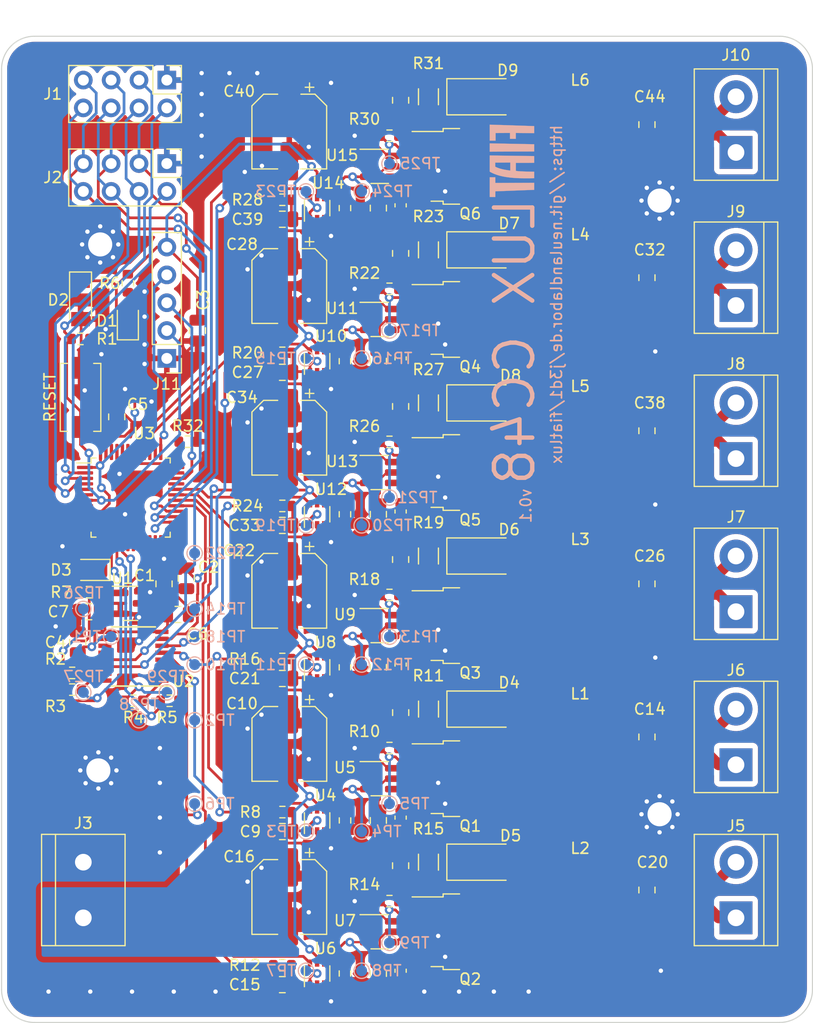
<source format=kicad_pcb>
(kicad_pcb (version 20211014) (generator pcbnew)

  (general
    (thickness 1.6)
  )

  (paper "A4")
  (layers
    (0 "F.Cu" signal)
    (31 "B.Cu" signal)
    (32 "B.Adhes" user "B.Adhesive")
    (33 "F.Adhes" user "F.Adhesive")
    (34 "B.Paste" user)
    (35 "F.Paste" user)
    (36 "B.SilkS" user "B.Silkscreen")
    (37 "F.SilkS" user "F.Silkscreen")
    (38 "B.Mask" user)
    (39 "F.Mask" user)
    (40 "Dwgs.User" user "User.Drawings")
    (41 "Cmts.User" user "User.Comments")
    (42 "Eco1.User" user "User.Eco1")
    (43 "Eco2.User" user "User.Eco2")
    (44 "Edge.Cuts" user)
    (45 "Margin" user)
    (46 "B.CrtYd" user "B.Courtyard")
    (47 "F.CrtYd" user "F.Courtyard")
    (48 "B.Fab" user)
    (49 "F.Fab" user)
    (50 "User.1" user "Nutzer.1")
    (51 "User.2" user "Nutzer.2")
    (52 "User.3" user "Nutzer.3")
    (53 "User.4" user "Nutzer.4")
    (54 "User.5" user "Nutzer.5")
    (55 "User.6" user "Nutzer.6")
    (56 "User.7" user "Nutzer.7")
    (57 "User.8" user "Nutzer.8")
    (58 "User.9" user "Nutzer.9")
  )

  (setup
    (stackup
      (layer "F.SilkS" (type "Top Silk Screen"))
      (layer "F.Paste" (type "Top Solder Paste"))
      (layer "F.Mask" (type "Top Solder Mask") (thickness 0.01))
      (layer "F.Cu" (type "copper") (thickness 0.035))
      (layer "dielectric 1" (type "core") (thickness 1.51) (material "FR4") (epsilon_r 4.5) (loss_tangent 0.02))
      (layer "B.Cu" (type "copper") (thickness 0.035))
      (layer "B.Mask" (type "Bottom Solder Mask") (thickness 0.01))
      (layer "B.Paste" (type "Bottom Solder Paste"))
      (layer "B.SilkS" (type "Bottom Silk Screen"))
      (copper_finish "None")
      (dielectric_constraints no)
    )
    (pad_to_mask_clearance 0)
    (grid_origin 167.894 27.686)
    (pcbplotparams
      (layerselection 0x00010fc_ffffffff)
      (disableapertmacros false)
      (usegerberextensions false)
      (usegerberattributes true)
      (usegerberadvancedattributes true)
      (creategerberjobfile true)
      (svguseinch false)
      (svgprecision 6)
      (excludeedgelayer true)
      (plotframeref false)
      (viasonmask false)
      (mode 1)
      (useauxorigin false)
      (hpglpennumber 1)
      (hpglpenspeed 20)
      (hpglpendiameter 15.000000)
      (dxfpolygonmode true)
      (dxfimperialunits true)
      (dxfusepcbnewfont true)
      (psnegative false)
      (psa4output false)
      (plotreference true)
      (plotvalue true)
      (plotinvisibletext false)
      (sketchpadsonfab false)
      (subtractmaskfromsilk false)
      (outputformat 1)
      (mirror false)
      (drillshape 1)
      (scaleselection 1)
      (outputdirectory "")
    )
  )

  (net 0 "")
  (net 1 "+3V3")
  (net 2 "GND")
  (net 3 "~{BUSRST}")
  (net 4 "Net-(C4-Pad1)")
  (net 5 "/fiatlux_cc48_channel_driver2/DRI_DIM")
  (net 6 "+48V")
  (net 7 "/fiatlux_cc48_channel_driver2/DRI_VCC")
  (net 8 "/fiatlux_cc48_channel_driver2/DRI_COM")
  (net 9 "/fiatlux_cc48_channel_driver2/OUT+")
  (net 10 "/fiatlux_cc48_channel_driver2/OUT-")
  (net 11 "/fiatlux_cc48_channel_driver1/DRI_DIM")
  (net 12 "/fiatlux_cc48_channel_driver1/DRI_VCC")
  (net 13 "/fiatlux_cc48_channel_driver1/DRI_COM")
  (net 14 "/fiatlux_cc48_channel_driver1/OUT+")
  (net 15 "/fiatlux_cc48_channel_driver1/OUT-")
  (net 16 "/fiatlux_cc48_channel_driver3/DRI_DIM")
  (net 17 "/fiatlux_cc48_channel_driver3/DRI_VCC")
  (net 18 "/fiatlux_cc48_channel_driver3/DRI_COM")
  (net 19 "/fiatlux_cc48_channel_driver3/OUT+")
  (net 20 "/fiatlux_cc48_channel_driver3/OUT-")
  (net 21 "/fiatlux_cc48_channel_driver5/DRI_DIM")
  (net 22 "/fiatlux_cc48_channel_driver5/DRI_VCC")
  (net 23 "/fiatlux_cc48_channel_driver5/DRI_COM")
  (net 24 "/fiatlux_cc48_channel_driver5/OUT+")
  (net 25 "/fiatlux_cc48_channel_driver5/OUT-")
  (net 26 "Net-(D1-Pad2)")
  (net 27 "ACT_LED")
  (net 28 "Net-(D3-Pad2)")
  (net 29 "/fiatlux_cc48_channel_driver4/DRI_DIM")
  (net 30 "/fiatlux_cc48_channel_driver4/DRI_VCC")
  (net 31 "/fiatlux_cc48_channel_driver4/DRI_COM")
  (net 32 "/fiatlux_cc48_channel_driver4/OUT+")
  (net 33 "/fiatlux_cc48_channel_driver4/OUT-")
  (net 34 "/fiatlux_cc48_channel_driver6/DRI_DIM")
  (net 35 "/fiatlux_cc48_channel_driver6/DRI_VCC")
  (net 36 "/fiatlux_cc48_channel_driver6/DRI_COM")
  (net 37 "/fiatlux_cc48_channel_driver6/OUT+")
  (net 38 "/fiatlux_cc48_channel_driver6/OUT-")
  (net 39 "/fiatlux_cc48_channel_driver2/DRI_SOURCE")
  (net 40 "/fiatlux_cc48_channel_driver1/DRI_SOURCE")
  (net 41 "/fiatlux_cc48_channel_driver3/DRI_SOURCE")
  (net 42 "DAC_SYNC")
  (net 43 "Net-(R2-Pad2)")
  (net 44 "SCLK")
  (net 45 "Net-(R3-Pad2)")
  (net 46 "MOSI")
  (net 47 "Net-(R4-Pad2)")
  (net 48 "MISO")
  (net 49 "Net-(R5-Pad2)")
  (net 50 "CH2_DIM")
  (net 51 "Net-(R9-Pad1)")
  (net 52 "CH1_DIM")
  (net 53 "CH3_DIM")
  (net 54 "CH5_DIM")
  (net 55 "CH4_DIM")
  (net 56 "Net-(R21-Pad1)")
  (net 57 "CH6_DIM")
  (net 58 "Net-(C13-Pad1)")
  (net 59 "unconnected-(U2-Pad11)")
  (net 60 "unconnected-(U2-Pad12)")
  (net 61 "INIT_{IN}")
  (net 62 "~{INT}")
  (net 63 "INIT_{OUT}")
  (net 64 "SW_SCLK")
  (net 65 "SW_MOSI")
  (net 66 "SW_MISO")
  (net 67 "CH1_PWM")
  (net 68 "CH2_PWM")
  (net 69 "CH3_PWM")
  (net 70 "CH4_PWM")
  (net 71 "unconnected-(U3-Pad25)")
  (net 72 "CH6_PWM")
  (net 73 "CH5_PWM")
  (net 74 "/fiatlux_cc48_channel_driver5/DRI_SOURCE")
  (net 75 "/fiatlux_cc48_channel_driver4/DRI_SOURCE")
  (net 76 "/fiatlux_cc48_channel_driver6/DRI_SOURCE")
  (net 77 "/fiatlux_cc48_channel_driver2/DRI_GATE")
  (net 78 "/fiatlux_cc48_channel_driver1/DRI_GATE")
  (net 79 "/fiatlux_cc48_channel_driver3/DRI_GATE")
  (net 80 "/fiatlux_cc48_channel_driver5/DRI_GATE")
  (net 81 "/fiatlux_cc48_channel_driver4/DRI_GATE")
  (net 82 "/fiatlux_cc48_channel_driver6/DRI_GATE")
  (net 83 "Net-(C19-Pad1)")
  (net 84 "Net-(C25-Pad1)")
  (net 85 "Net-(C31-Pad1)")
  (net 86 "Net-(C37-Pad1)")
  (net 87 "Net-(C43-Pad1)")
  (net 88 "Net-(R13-Pad1)")
  (net 89 "Net-(R17-Pad1)")
  (net 90 "Net-(R25-Pad1)")
  (net 91 "Net-(R29-Pad1)")
  (net 92 "unconnected-(U3-Pad5)")
  (net 93 "unconnected-(U3-Pad6)")
  (net 94 "unconnected-(U3-Pad10)")
  (net 95 "unconnected-(U3-Pad11)")
  (net 96 "unconnected-(U3-Pad12)")
  (net 97 "Net-(R32-Pad1)")
  (net 98 "unconnected-(U3-Pad18)")
  (net 99 "unconnected-(U3-Pad19)")
  (net 100 "unconnected-(U3-Pad20)")
  (net 101 "unconnected-(U3-Pad21)")
  (net 102 "unconnected-(U3-Pad22)")
  (net 103 "unconnected-(U3-Pad33)")
  (net 104 "SWDIO")
  (net 105 "unconnected-(U3-Pad35)")
  (net 106 "unconnected-(U3-Pad36)")
  (net 107 "SWCLK")
  (net 108 "unconnected-(U3-Pad38)")
  (net 109 "unconnected-(U3-Pad39)")
  (net 110 "unconnected-(U3-Pad42)")
  (net 111 "unconnected-(U3-Pad43)")
  (net 112 "unconnected-(U3-Pad45)")
  (net 113 "unconnected-(U3-Pad46)")

  (footprint "fiatlux:PCD0503" (layer "F.Cu") (at 210.713 73.66 -90))

  (footprint "TerminalBlock:TerminalBlock_bornier-2_P5.08mm" (layer "F.Cu") (at 224.917 90.17 90))

  (footprint "Capacitor_SMD:C_0805_2012Metric" (layer "F.Cu") (at 183.515 110.236 180))

  (footprint "Capacitor_SMD:C_0603_1608Metric" (layer "F.Cu") (at 194.31 81.026 -90))

  (footprint "Capacitor_SMD:C_0805_2012Metric" (layer "F.Cu") (at 216.789 87.63 -90))

  (footprint "TerminalBlock:TerminalBlock_bornier-2_P5.08mm" (layer "F.Cu") (at 224.917 76.2 90))

  (footprint "MountingHole:MountingHole_2.2mm_M2_Pad_Via" (layer "F.Cu") (at 217.941 38.686))

  (footprint "Resistor_SMD:R_1206_3216Metric" (layer "F.Cu") (at 196.85 99.06 90))

  (footprint "Diode_SMD:D_SMA" (layer "F.Cu") (at 201.93 57.15))

  (footprint "fiatlux:PCD0503" (layer "F.Cu") (at 210.693 31.75 -90))

  (footprint "Capacitor_SMD:CP_Elec_6.3x4.5" (layer "F.Cu") (at 184.15 60.325 -90))

  (footprint "Connector_PinHeader_2.54mm:PinHeader_2x04_P2.54mm_Vertical" (layer "F.Cu") (at 172.974 35.306 -90))

  (footprint "Capacitor_SMD:C_0603_1608Metric" (layer "F.Cu") (at 194.31 108.966 -90))

  (footprint "Capacitor_SMD:C_0805_2012Metric" (layer "F.Cu") (at 172.72 73.66 -90))

  (footprint "Package_TO_SOT_SMD:SOT-23-6" (layer "F.Cu") (at 192.405 63.5))

  (footprint "Capacitor_SMD:C_0805_2012Metric" (layer "F.Cu") (at 192.278 67.31 -90))

  (footprint "Package_TO_SOT_SMD:SOT-363_SC-70-6" (layer "F.Cu") (at 186.69 81.28 90))

  (footprint "Capacitor_SMD:C_0805_2012Metric" (layer "F.Cu") (at 192.278 109.22 -90))

  (footprint "Package_TO_SOT_SMD:TO-252-2" (layer "F.Cu") (at 200.6655 91.44))

  (footprint "Connector_PinHeader_2.54mm:PinHeader_2x04_P2.54mm_Vertical" (layer "F.Cu") (at 172.974 27.686 -90))

  (footprint "Package_TO_SOT_SMD:TO-252-2" (layer "F.Cu") (at 200.66 77.47))

  (footprint "Resistor_SMD:R_0603_1608Metric" (layer "F.Cu") (at 183.515 80.518))

  (footprint "Diode_SMD:D_SMA" (layer "F.Cu") (at 201.93 29.21))

  (footprint "TerminalBlock:TerminalBlock_bornier-2_P5.08mm" (layer "F.Cu") (at 165.354 99.06 -90))

  (footprint "Diode_SMD:D_SMA" (layer "F.Cu") (at 201.93 99.06))

  (footprint "Diode_SMD:D_SMA" (layer "F.Cu") (at 201.93 43.18))

  (footprint "Capacitor_SMD:C_0805_2012Metric" (layer "F.Cu") (at 192.278 95.25 -90))

  (footprint "MountingHole:MountingHole_2.2mm_M2_Pad_Via" (layer "F.Cu") (at 166.727274 90.686))

  (footprint "fiatlux:PCD0503" (layer "F.Cu") (at 210.713 45.72 -90))

  (footprint "Diode_SMD:D_SMA" (layer "F.Cu") (at 201.9355 85.09))

  (footprint "Capacitor_SMD:CP_Elec_6.3x4.5" (layer "F.Cu") (at 184.15 46.482 -90))

  (footprint "MountingHole:MountingHole_2.2mm_M2_Pad_Via" (layer "F.Cu") (at 166.894 42.686))

  (footprint "Package_TO_SOT_SMD:SOT-23-6" (layer "F.Cu") (at 192.405 35.56))

  (footprint "Capacitor_SMD:C_0805_2012Metric" (layer "F.Cu") (at 216.789 31.75 -90))

  (footprint "Resistor_SMD:R_0603_1608Metric" (layer "F.Cu") (at 189.23 81.28 -90))

  (footprint "Resistor_SMD:R_0603_1608Metric" (layer "F.Cu") (at 164.338 81.788))

  (footprint "LED_SMD:LED_0805_2012Metric" (layer "F.Cu") (at 169.418 49.7055 90))

  (footprint "Capacitor_SMD:C_0805_2012Metric" (layer "F.Cu") (at 174.752 73.152 -90))

  (footprint "Capacitor_SMD:C_0805_2012Metric" (layer "F.Cu") (at 194.31 29.53 90))

  (footprint "Capacitor_SMD:C_0805_2012Metric" (layer "F.Cu") (at 183.5205 96.266 180))

  (footprint "fiatlux:PCD0503" (layer "F.Cu") (at 210.713 101.6 -90))

  (footprint "Capacitor_SMD:C_0805_2012Metric" (layer "F.Cu") (at 183.515 68.326 180))

  (footprint "Resistor_SMD:R_1206_3216Metric" (layer "F.Cu") (at 196.85 57.15 90))

  (footprint "Package_TO_SOT_SMD:SOT-23-6" (layer "F.Cu") (at 192.405 49.53))

  (footprint "Package_TO_SOT_SMD:SOT-23-6" (layer "F.Cu") (at 192.4105 91.44))

  (footprint "fiatlux:PCD0503" (layer "F.Cu") (at 210.713 59.69 -90))

  (footprint "Resistor_SMD:R_0603_1608Metric" (layer "F.Cu") (at 183.515 108.458))

  (footprint "Capacitor_SMD:C_0805_2012Metric" (layer "F.Cu") (at 164.846 78.994 90))

  (footprint "Resistor_SMD:R_0603_1608Metric" (layer "F.Cu") (at 193.294 46.736))

  (footprint "TerminalBlock:TerminalBlock_bornier-2_P5.08mm" (layer "F.Cu") (at 224.917 62.23 90))

  (footprint "Resistor_SMD:R_0603_1608Metric" (layer "F.Cu") (at 183.5205 94.488))

  (footprint "Package_TO_SOT_SMD:SOT-363_SC-70-6" (layer "F.Cu") (at 186.69 95.25 90))

  (footprint "Capacitor_SMD:C_0805_2012Metric" (layer "F.Cu") (at 194.31 43.5 90))

  (footprint "Resistor_SMD:R_0603_1608Metric" (layer "F.Cu") (at 193.294 32.766))

  (footprint "Capacitor_SMD:CP_Elec_6.3x4.5" (layer "F.Cu") (at 184.1555 88.265 -90))

  (footprint "Resistor_SMD:R_0603_1608Metric" (layer "F.Cu") (at 189.23 39.37 -90))

  (footprint "Package_TO_SOT_SMD:SOT-23-6" locked (layer "F.Cu")
    (tedit 5F6F9B37) (tstamp 723c1c0c-ab1c-4caf-bd26-b813ef0e5ece)
    (at 192.405 105.41)
    (descr "SOT, 6 Pin (https://www.jedec.org/sites/default/files/docs/Mo-178c.PDF variant AB), generated with kicad-footprint-generator ipc_gullwing_generator.py")
    (tags "SOT TO_SOT_SMD")
    (property "LCSC" "C367387")
    (property "Sheetfile" "fiatlux_cc48_channel_driver.kicad_sch")
    (property "Sheetname" "fiatlux_cc48_channel_driver1")
    (path "/ec392c76-0785-4274-a56a-aeb995601b34/dd58ff45-8682-4c68-9b58-6c676bdc956a")
    (attr smd)
    (fp_text reference "U7" (at -3.175 -1.016) (layer "F.SilkS")
      (effects (font (size 1 1) (
... [1205721 chars truncated]
</source>
